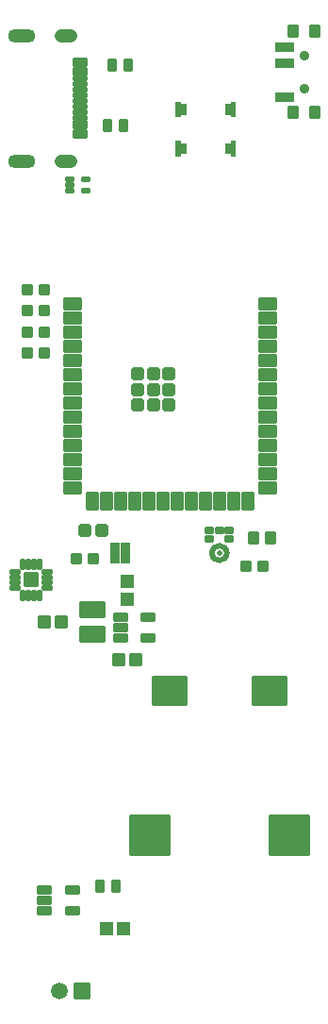
<source format=gbr>
%TF.GenerationSoftware,KiCad,Pcbnew,9.0.2*%
%TF.CreationDate,2025-07-20T12:07:01-04:00*%
%TF.ProjectId,Glasses_V0.1,476c6173-7365-4735-9f56-302e312e6b69,rev?*%
%TF.SameCoordinates,Original*%
%TF.FileFunction,Soldermask,Top*%
%TF.FilePolarity,Negative*%
%FSLAX46Y46*%
G04 Gerber Fmt 4.6, Leading zero omitted, Abs format (unit mm)*
G04 Created by KiCad (PCBNEW 9.0.2) date 2025-07-20 12:07:01*
%MOMM*%
%LPD*%
G01*
G04 APERTURE LIST*
G04 Aperture macros list*
%AMRoundRect*
0 Rectangle with rounded corners*
0 $1 Rounding radius*
0 $2 $3 $4 $5 $6 $7 $8 $9 X,Y pos of 4 corners*
0 Add a 4 corners polygon primitive as box body*
4,1,4,$2,$3,$4,$5,$6,$7,$8,$9,$2,$3,0*
0 Add four circle primitives for the rounded corners*
1,1,$1+$1,$2,$3*
1,1,$1+$1,$4,$5*
1,1,$1+$1,$6,$7*
1,1,$1+$1,$8,$9*
0 Add four rect primitives between the rounded corners*
20,1,$1+$1,$2,$3,$4,$5,0*
20,1,$1+$1,$4,$5,$6,$7,0*
20,1,$1+$1,$6,$7,$8,$9,0*
20,1,$1+$1,$8,$9,$2,$3,0*%
G04 Aperture macros list end*
%ADD10C,0.010000*%
%ADD11C,0.500000*%
%ADD12RoundRect,0.063000X-0.369000X-0.189000X0.369000X-0.189000X0.369000X0.189000X-0.369000X0.189000X0*%
%ADD13RoundRect,0.102000X0.480000X0.485000X-0.480000X0.485000X-0.480000X-0.485000X0.480000X-0.485000X0*%
%ADD14RoundRect,0.102000X-0.435000X-0.465000X0.435000X-0.465000X0.435000X0.465000X-0.435000X0.465000X0*%
%ADD15RoundRect,0.102000X-0.400000X-0.400000X0.400000X-0.400000X0.400000X0.400000X-0.400000X0.400000X0*%
%ADD16RoundRect,0.102000X-0.325000X-0.450000X0.325000X-0.450000X0.325000X0.450000X-0.325000X0.450000X0*%
%ADD17RoundRect,0.102000X1.110000X-0.620000X1.110000X0.620000X-1.110000X0.620000X-1.110000X-0.620000X0*%
%ADD18RoundRect,0.102000X-0.355000X-0.865000X0.355000X-0.865000X0.355000X0.865000X-0.355000X0.865000X0*%
%ADD19RoundRect,0.139250X-0.417750X-0.427750X0.417750X-0.427750X0.417750X0.427750X-0.417750X0.427750X0*%
%ADD20C,0.900000*%
%ADD21RoundRect,0.102000X0.750000X-0.350000X0.750000X0.350000X-0.750000X0.350000X-0.750000X-0.350000X0*%
%ADD22RoundRect,0.102000X0.400000X-0.500000X0.400000X0.500000X-0.400000X0.500000X-0.400000X-0.500000X0*%
%ADD23RoundRect,0.102000X-0.510000X0.520000X-0.510000X-0.520000X0.510000X-0.520000X0.510000X0.520000X0*%
%ADD24RoundRect,0.102000X-0.654000X-0.654000X0.654000X-0.654000X0.654000X0.654000X-0.654000X0.654000X0*%
%ADD25C,1.512000*%
%ADD26RoundRect,0.102000X-0.575000X0.300000X-0.575000X-0.300000X0.575000X-0.300000X0.575000X0.300000X0*%
%ADD27RoundRect,0.102000X-0.575000X0.150000X-0.575000X-0.150000X0.575000X-0.150000X0.575000X0.150000X0*%
%ADD28O,2.054000X1.254000*%
%ADD29O,2.454000X1.254000*%
%ADD30C,0.500000*%
%ADD31RoundRect,0.102000X-0.300000X-0.261000X0.300000X-0.261000X0.300000X0.261000X-0.300000X0.261000X0*%
%ADD32RoundRect,0.059250X-0.462750X-0.177750X0.462750X-0.177750X0.462750X0.177750X-0.462750X0.177750X0*%
%ADD33RoundRect,0.059250X-0.177750X-0.462750X0.177750X-0.462750X0.177750X0.462750X-0.177750X0.462750X0*%
%ADD34RoundRect,0.102000X-0.550000X-0.550000X0.550000X-0.550000X0.550000X0.550000X-0.550000X0.550000X0*%
%ADD35RoundRect,0.102000X-1.750000X-1.750000X1.750000X-1.750000X1.750000X1.750000X-1.750000X1.750000X0*%
%ADD36RoundRect,0.102000X-1.500000X-1.250000X1.500000X-1.250000X1.500000X1.250000X-1.500000X1.250000X0*%
%ADD37RoundRect,0.102000X-0.480000X-0.485000X0.480000X-0.485000X0.480000X0.485000X-0.480000X0.485000X0*%
%ADD38RoundRect,0.198500X-0.508500X-0.198500X0.508500X-0.198500X0.508500X0.198500X-0.508500X0.198500X0*%
%ADD39RoundRect,0.102000X-0.520000X-0.510000X0.520000X-0.510000X0.520000X0.510000X-0.520000X0.510000X0*%
%ADD40RoundRect,0.102000X-0.750000X-0.450000X0.750000X-0.450000X0.750000X0.450000X-0.750000X0.450000X0*%
%ADD41RoundRect,0.102000X-0.450000X-0.750000X0.450000X-0.750000X0.450000X0.750000X-0.450000X0.750000X0*%
%ADD42RoundRect,0.102000X-0.450000X-0.450000X0.450000X-0.450000X0.450000X0.450000X-0.450000X0.450000X0*%
G04 APERTURE END LIST*
D10*
%TO.C,S1*%
X47255000Y-42885000D02*
X47755000Y-42885000D01*
X47755000Y-43785000D01*
X47255000Y-43785000D01*
X47255000Y-43985000D01*
X46855000Y-43985000D01*
X46855000Y-42685000D01*
X47255000Y-42685000D01*
X47255000Y-42885000D01*
G36*
X47255000Y-42885000D02*
G01*
X47755000Y-42885000D01*
X47755000Y-43785000D01*
X47255000Y-43785000D01*
X47255000Y-43985000D01*
X46855000Y-43985000D01*
X46855000Y-42685000D01*
X47255000Y-42685000D01*
X47255000Y-42885000D01*
G37*
X47255000Y-46385000D02*
X47755000Y-46385000D01*
X47755000Y-47285000D01*
X47255000Y-47285000D01*
X47255000Y-47485000D01*
X46855000Y-47485000D01*
X46855000Y-46185000D01*
X47255000Y-46185000D01*
X47255000Y-46385000D01*
G36*
X47255000Y-46385000D02*
G01*
X47755000Y-46385000D01*
X47755000Y-47285000D01*
X47255000Y-47285000D01*
X47255000Y-47485000D01*
X46855000Y-47485000D01*
X46855000Y-46185000D01*
X47255000Y-46185000D01*
X47255000Y-46385000D01*
G37*
X52205000Y-43985000D02*
X51805000Y-43985000D01*
X51805000Y-43785000D01*
X51305000Y-43785000D01*
X51305000Y-42885000D01*
X51805000Y-42885000D01*
X51805000Y-42685000D01*
X52205000Y-42685000D01*
X52205000Y-43985000D01*
G36*
X52205000Y-43985000D02*
G01*
X51805000Y-43985000D01*
X51805000Y-43785000D01*
X51305000Y-43785000D01*
X51305000Y-42885000D01*
X51805000Y-42885000D01*
X51805000Y-42685000D01*
X52205000Y-42685000D01*
X52205000Y-43985000D01*
G37*
X52205000Y-47485000D02*
X51805000Y-47485000D01*
X51805000Y-47285000D01*
X51305000Y-47285000D01*
X51305000Y-46385000D01*
X51805000Y-46385000D01*
X51805000Y-46185000D01*
X52205000Y-46185000D01*
X52205000Y-47485000D01*
G36*
X52205000Y-47485000D02*
G01*
X51805000Y-47485000D01*
X51805000Y-47285000D01*
X51305000Y-47285000D01*
X51305000Y-46385000D01*
X51805000Y-46385000D01*
X51805000Y-46185000D01*
X52205000Y-46185000D01*
X52205000Y-47485000D01*
G37*
D11*
%TO.C,MK1*%
X51465000Y-83167000D02*
G75*
G02*
X50135000Y-83167000I-665000J0D01*
G01*
X50135000Y-83167000D02*
G75*
G02*
X51465000Y-83167000I665000J0D01*
G01*
%TD*%
D12*
%TO.C,U1*%
X37330000Y-49665000D03*
X37330000Y-50165000D03*
X37330000Y-50665000D03*
X38800000Y-50665000D03*
X38800000Y-49665000D03*
%TD*%
D13*
%TO.C,C8*%
X43300000Y-92710000D03*
X41790000Y-92710000D03*
%TD*%
D14*
%TO.C,R5*%
X53830000Y-81819000D03*
X55390000Y-81819000D03*
%TD*%
D15*
%TO.C,C2*%
X33565000Y-59510000D03*
X35065000Y-59510000D03*
%TD*%
D16*
%TO.C,R3*%
X40715000Y-44820000D03*
X42165000Y-44820000D03*
%TD*%
D17*
%TO.C,L1*%
X39370000Y-90445000D03*
X39370000Y-88265000D03*
%TD*%
D18*
%TO.C,R7*%
X41450000Y-83185000D03*
X42370000Y-83185000D03*
%TD*%
D19*
%TO.C,D2*%
X40270000Y-81100000D03*
X38750000Y-81100000D03*
%TD*%
D15*
%TO.C,C6*%
X53225000Y-84359000D03*
X54725000Y-84359000D03*
%TD*%
D20*
%TO.C,U4*%
X58420000Y-41505000D03*
X58420000Y-38505000D03*
D21*
X56670000Y-42255000D03*
X56670000Y-39255000D03*
X56670000Y-37755000D03*
D22*
X57455000Y-43655000D03*
X59385000Y-43655000D03*
X59385000Y-36355000D03*
X57455000Y-36355000D03*
%TD*%
D23*
%TO.C,C7*%
X42545000Y-85725000D03*
X42545000Y-87293000D03*
%TD*%
D24*
%TO.C,J1*%
X38465000Y-122470000D03*
D25*
X36465000Y-122470000D03*
%TD*%
D15*
%TO.C,C4*%
X33565000Y-63320000D03*
X35065000Y-63320000D03*
%TD*%
D26*
%TO.C,J2*%
X38295000Y-39168250D03*
X38295000Y-39968250D03*
D27*
X38295000Y-41118250D03*
X38295000Y-42118250D03*
X38295000Y-42618250D03*
X38295000Y-43618250D03*
D26*
X38295000Y-45568250D03*
X38295000Y-44768250D03*
D27*
X38295000Y-44118250D03*
X38295000Y-43118250D03*
X38295000Y-41618250D03*
X38295000Y-40618250D03*
D28*
X37020000Y-36748250D03*
X37020000Y-47988250D03*
D29*
X33020000Y-36748250D03*
X33020000Y-47988250D03*
%TD*%
D15*
%TO.C,1uCapacitor1*%
X37985000Y-83655000D03*
X39485000Y-83655000D03*
%TD*%
%TO.C,C3*%
X33565000Y-61415000D03*
X35065000Y-61415000D03*
%TD*%
D30*
%TO.C,MK1*%
X50800000Y-83167000D03*
D31*
X49900000Y-81093000D03*
X49900000Y-81915000D03*
X51700000Y-81915000D03*
X51700000Y-81093000D03*
X50800000Y-81093000D03*
%TD*%
D32*
%TO.C,U3*%
X32456135Y-84823865D03*
X32456135Y-85323865D03*
X32456135Y-85823865D03*
X32456135Y-86323865D03*
D33*
X33141135Y-87008865D03*
X33641135Y-87008865D03*
X34141135Y-87008865D03*
X34641135Y-87008865D03*
D32*
X35326135Y-86323865D03*
X35326135Y-85823865D03*
X35326135Y-85323865D03*
X35326135Y-84823865D03*
D33*
X34641135Y-84138865D03*
X34141135Y-84138865D03*
X33641135Y-84138865D03*
X33141135Y-84138865D03*
D34*
X33891135Y-85573865D03*
%TD*%
D35*
%TO.C,LS1*%
X57050000Y-108485000D03*
X44550000Y-108485000D03*
D36*
X46300000Y-95485000D03*
X55300000Y-95485000D03*
%TD*%
D15*
%TO.C,C5*%
X33565000Y-65225000D03*
X35065000Y-65225000D03*
%TD*%
D37*
%TO.C,10ucapaitor1*%
X35041135Y-89383865D03*
X36551135Y-89383865D03*
%TD*%
D16*
%TO.C,R1*%
X41185000Y-39370000D03*
X42635000Y-39370000D03*
%TD*%
%TO.C,R2*%
X40064000Y-113030000D03*
X41514000Y-113030000D03*
%TD*%
D38*
%TO.C,U5*%
X41910000Y-88900000D03*
X41910000Y-89850000D03*
X41910000Y-90800000D03*
X44420000Y-90800000D03*
X44420000Y-88900000D03*
%TD*%
%TO.C,U2*%
X35089000Y-113350000D03*
X35089000Y-114300000D03*
X35089000Y-115250000D03*
X37599000Y-115250000D03*
X37599000Y-113350000D03*
%TD*%
D39*
%TO.C,C1*%
X40640000Y-116840000D03*
X42208000Y-116840000D03*
%TD*%
D40*
%TO.C,X1*%
X37605000Y-60780000D03*
X37605000Y-62050000D03*
X37605000Y-63320000D03*
X37605000Y-64590000D03*
X37605000Y-65860000D03*
X37605000Y-67130000D03*
X37605000Y-68400000D03*
X37605000Y-69670000D03*
X37605000Y-70940000D03*
X37605000Y-72210000D03*
X37605000Y-73480000D03*
X37605000Y-74750000D03*
X37605000Y-76020000D03*
X37605000Y-77290000D03*
D41*
X39370000Y-78540000D03*
X40640000Y-78540000D03*
X41910000Y-78540000D03*
X43180000Y-78540000D03*
X44450000Y-78540000D03*
X45720000Y-78540000D03*
X46990000Y-78540000D03*
X48260000Y-78540000D03*
X49530000Y-78540000D03*
X50800000Y-78540000D03*
X52070000Y-78540000D03*
X53340000Y-78540000D03*
D40*
X55105000Y-77290000D03*
X55105000Y-76020000D03*
X55105000Y-74750000D03*
X55105000Y-73480000D03*
X55105000Y-72210000D03*
X55105000Y-70940000D03*
X55105000Y-69670000D03*
X55105000Y-68400000D03*
X55105000Y-67130000D03*
X55105000Y-65860000D03*
X55105000Y-64590000D03*
X55105000Y-63320000D03*
X55105000Y-62050000D03*
X55105000Y-60780000D03*
D42*
X44855000Y-68500000D03*
X44855000Y-67100000D03*
X43455000Y-67100000D03*
X43455000Y-68500000D03*
X43455000Y-69900000D03*
X44855000Y-69900000D03*
X46255000Y-69900000D03*
X46255000Y-68500000D03*
X46255000Y-67100000D03*
%TD*%
M02*

</source>
